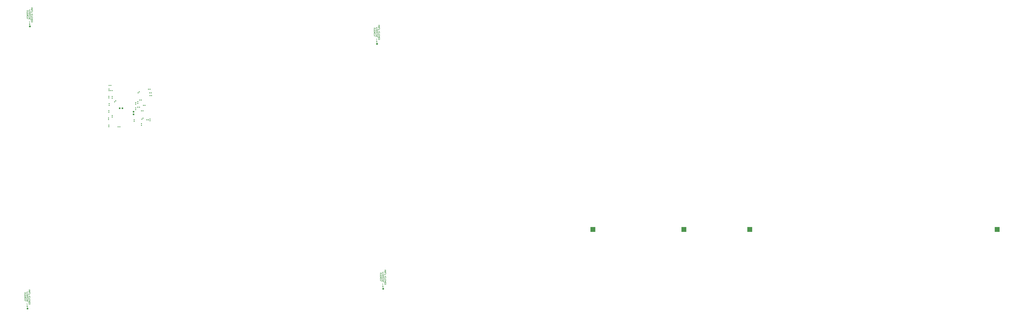
<source format=gbr>
G04*
G04 #@! TF.GenerationSoftware,Altium Limited,Altium Designer,22.11.1 (43)*
G04*
G04 Layer_Color=128*
%FSLAX44Y44*%
%MOMM*%
G71*
G04*
G04 #@! TF.SameCoordinates,685F9FB9-B41E-4883-9AF5-229453B53175*
G04*
G04*
G04 #@! TF.FilePolarity,Positive*
G04*
G01*
G75*
G04:AMPARAMS|DCode=12|XSize=0.508mm|YSize=0.508mm|CornerRadius=0.1524mm|HoleSize=0mm|Usage=FLASHONLY|Rotation=180.000|XOffset=0mm|YOffset=0mm|HoleType=Round|Shape=RoundedRectangle|*
%AMROUNDEDRECTD12*
21,1,0.5080,0.2032,0,0,180.0*
21,1,0.2032,0.5080,0,0,180.0*
1,1,0.3048,-0.1016,0.1016*
1,1,0.3048,0.1016,0.1016*
1,1,0.3048,0.1016,-0.1016*
1,1,0.3048,-0.1016,-0.1016*
%
%ADD12ROUNDEDRECTD12*%
G04:AMPARAMS|DCode=15|XSize=0.889mm|YSize=0.8636mm|CornerRadius=0.1511mm|HoleSize=0mm|Usage=FLASHONLY|Rotation=180.000|XOffset=0mm|YOffset=0mm|HoleType=Round|Shape=RoundedRectangle|*
%AMROUNDEDRECTD15*
21,1,0.8890,0.5613,0,0,180.0*
21,1,0.5867,0.8636,0,0,180.0*
1,1,0.3023,-0.2934,0.2807*
1,1,0.3023,0.2934,0.2807*
1,1,0.3023,0.2934,-0.2807*
1,1,0.3023,-0.2934,-0.2807*
%
%ADD15ROUNDEDRECTD15*%
G04:AMPARAMS|DCode=26|XSize=0.889mm|YSize=0.8636mm|CornerRadius=0.1511mm|HoleSize=0mm|Usage=FLASHONLY|Rotation=90.000|XOffset=0mm|YOffset=0mm|HoleType=Round|Shape=RoundedRectangle|*
%AMROUNDEDRECTD26*
21,1,0.8890,0.5613,0,0,90.0*
21,1,0.5867,0.8636,0,0,90.0*
1,1,0.3023,0.2807,0.2934*
1,1,0.3023,0.2807,-0.2934*
1,1,0.3023,-0.2807,-0.2934*
1,1,0.3023,-0.2807,0.2934*
%
%ADD26ROUNDEDRECTD26*%
%ADD75R,2.8000X2.8000*%
%ADD89C,0.1270*%
G04:AMPARAMS|DCode=118|XSize=0.508mm|YSize=0.508mm|CornerRadius=0.1524mm|HoleSize=0mm|Usage=FLASHONLY|Rotation=135.000|XOffset=0mm|YOffset=0mm|HoleType=Round|Shape=RoundedRectangle|*
%AMROUNDEDRECTD118*
21,1,0.5080,0.2032,0,0,135.0*
21,1,0.2032,0.5080,0,0,135.0*
1,1,0.3048,0.0000,0.1437*
1,1,0.3048,0.1437,0.0000*
1,1,0.3048,0.0000,-0.1437*
1,1,0.3048,-0.1437,0.0000*
%
%ADD118ROUNDEDRECTD118*%
G04:AMPARAMS|DCode=119|XSize=0.508mm|YSize=0.508mm|CornerRadius=0.1524mm|HoleSize=0mm|Usage=FLASHONLY|Rotation=90.000|XOffset=0mm|YOffset=0mm|HoleType=Round|Shape=RoundedRectangle|*
%AMROUNDEDRECTD119*
21,1,0.5080,0.2032,0,0,90.0*
21,1,0.2032,0.5080,0,0,90.0*
1,1,0.3048,0.1016,0.1016*
1,1,0.3048,0.1016,-0.1016*
1,1,0.3048,-0.1016,-0.1016*
1,1,0.3048,-0.1016,0.1016*
%
%ADD119ROUNDEDRECTD119*%
G36*
X11350Y117602D02*
Y118095D01*
X11158Y119060D01*
X10781Y119970D01*
X10234Y120789D01*
X9537Y121486D01*
X8718Y122033D01*
X7808Y122410D01*
X6842Y122602D01*
X6350D01*
X5857D01*
X4891Y122410D01*
X3982Y122033D01*
X3163Y121486D01*
X2466Y120789D01*
X1919Y119970D01*
X1542Y119060D01*
X1350Y118095D01*
Y117602D01*
Y117109D01*
X1542Y116144D01*
X1919Y115234D01*
X2466Y114415D01*
X3163Y113718D01*
X3982Y113171D01*
X4891Y112794D01*
X5857Y112602D01*
X6350D01*
X6842D01*
X7808Y112794D01*
X8718Y113171D01*
X9537Y113718D01*
X10234Y114415D01*
X10781Y115234D01*
X11158Y116144D01*
X11350Y117109D01*
Y117602D01*
D01*
D02*
G37*
G36*
X24558Y1686814D02*
Y1687307D01*
X24366Y1688272D01*
X23989Y1689182D01*
X23442Y1690001D01*
X22745Y1690698D01*
X21926Y1691245D01*
X21016Y1691622D01*
X20050Y1691814D01*
X19558D01*
X19066D01*
X18099Y1691622D01*
X17190Y1691245D01*
X16371Y1690698D01*
X15674Y1690001D01*
X15127Y1689182D01*
X14750Y1688272D01*
X14558Y1687307D01*
Y1686814D01*
Y1686322D01*
X14750Y1685356D01*
X15127Y1684446D01*
X15674Y1683627D01*
X16371Y1682930D01*
X17190Y1682383D01*
X18099Y1682006D01*
X19066Y1681814D01*
X19558D01*
X20050D01*
X21016Y1682006D01*
X21926Y1682383D01*
X22745Y1682930D01*
X23442Y1683627D01*
X23989Y1684446D01*
X24366Y1685356D01*
X24558Y1686322D01*
Y1686814D01*
D01*
D02*
G37*
G36*
X1986708Y227838D02*
Y228330D01*
X1986516Y229296D01*
X1986139Y230206D01*
X1985592Y231025D01*
X1984895Y231722D01*
X1984076Y232269D01*
X1983166Y232646D01*
X1982200Y232838D01*
X1981708D01*
X1981216D01*
X1980249Y232646D01*
X1979340Y232269D01*
X1978521Y231722D01*
X1977824Y231025D01*
X1977277Y230206D01*
X1976900Y229296D01*
X1976708Y228330D01*
Y227838D01*
Y227346D01*
X1976900Y226380D01*
X1977277Y225470D01*
X1977824Y224651D01*
X1978521Y223954D01*
X1979340Y223407D01*
X1980249Y223030D01*
X1981216Y222838D01*
X1981708D01*
X1982200D01*
X1983166Y223030D01*
X1984076Y223407D01*
X1984895Y223954D01*
X1985592Y224651D01*
X1986139Y225470D01*
X1986516Y226380D01*
X1986708Y227346D01*
Y227838D01*
D01*
D02*
G37*
G36*
X1952418Y1589532D02*
Y1590025D01*
X1952226Y1590990D01*
X1951849Y1591900D01*
X1951302Y1592719D01*
X1950605Y1593416D01*
X1949786Y1593963D01*
X1948876Y1594340D01*
X1947910Y1594532D01*
X1947418D01*
X1946926D01*
X1945959Y1594340D01*
X1945050Y1593963D01*
X1944231Y1593416D01*
X1943534Y1592719D01*
X1942987Y1591900D01*
X1942610Y1590990D01*
X1942418Y1590025D01*
Y1589532D01*
Y1589039D01*
X1942610Y1588073D01*
X1942987Y1587164D01*
X1943534Y1586345D01*
X1944231Y1585648D01*
X1945050Y1585101D01*
X1945959Y1584724D01*
X1946926Y1584532D01*
X1947418D01*
X1947910D01*
X1948876Y1584724D01*
X1949786Y1585101D01*
X1950605Y1585648D01*
X1951302Y1586345D01*
X1951849Y1587164D01*
X1952226Y1588073D01*
X1952418Y1589039D01*
Y1589532D01*
D01*
D02*
G37*
D12*
X686749Y1162145D02*
D03*
Y1171035D02*
D03*
X599000Y1158555D02*
D03*
Y1167445D02*
D03*
X639000Y1136955D02*
D03*
Y1145845D02*
D03*
X458000Y1128555D02*
D03*
Y1137445D02*
D03*
X477000Y1182000D02*
D03*
Y1190890D02*
D03*
X456000Y1168555D02*
D03*
Y1177445D02*
D03*
X458000Y1209000D02*
D03*
Y1217890D02*
D03*
X459955Y1247555D02*
D03*
Y1256445D02*
D03*
X477000Y1296445D02*
D03*
Y1287555D02*
D03*
X458000Y1288555D02*
D03*
Y1297445D02*
D03*
X619000Y1258493D02*
D03*
Y1267383D02*
D03*
X606851Y1254048D02*
D03*
Y1262938D02*
D03*
X607000Y1232952D02*
D03*
Y1224062D02*
D03*
X459094Y1329475D02*
D03*
Y1338365D02*
D03*
D15*
X518507Y1231000D02*
D03*
X533493D02*
D03*
D26*
X595056Y1212245D02*
D03*
Y1197260D02*
D03*
D75*
X5391540Y557660D02*
D03*
X4017400D02*
D03*
X3651640D02*
D03*
X3146180D02*
D03*
D89*
X1946402Y1597660D02*
X1948688Y1603248D01*
X1943100Y1602994D02*
X1946402Y1597660D01*
X1944624Y1619250D02*
X1946402Y1597660D01*
X1980692Y235966D02*
X1982978Y241554D01*
X1977390Y241300D02*
X1980692Y235966D01*
X1978914Y257556D02*
X1980692Y235966D01*
X5334Y125730D02*
X7620Y131318D01*
X2032Y131064D02*
X5334Y125730D01*
X3556Y147320D02*
X5334Y125730D01*
X18542Y1694942D02*
X20828Y1700530D01*
X15240Y1700276D02*
X18542Y1694942D01*
X16764Y1716532D02*
X18542Y1694942D01*
X-9140Y201035D02*
X-10410Y202304D01*
Y204843D01*
X-9140Y206113D01*
X-7871D01*
X-6601Y204843D01*
Y202304D01*
X-5332Y201035D01*
X-4062D01*
X-2792Y202304D01*
Y204843D01*
X-4062Y206113D01*
X-10410Y198495D02*
Y193417D01*
Y195956D01*
X-2792D01*
X-10410Y185800D02*
Y190878D01*
X-2792D01*
Y185800D01*
X-6601Y190878D02*
Y188339D01*
X-2792Y183260D02*
X-10410D01*
X-2792Y178182D01*
X-10410D01*
X-9140Y170564D02*
X-10410Y171834D01*
Y174373D01*
X-9140Y175643D01*
X-4062D01*
X-2792Y174373D01*
Y171834D01*
X-4062Y170564D01*
X-10410Y168025D02*
Y165486D01*
Y166756D01*
X-2792D01*
Y168025D01*
Y165486D01*
X-10410Y161677D02*
X-2792D01*
Y156599D01*
X1779Y204209D02*
Y209287D01*
X5588D01*
Y206748D01*
Y209287D01*
X9397D01*
X1779Y201669D02*
Y199130D01*
Y200400D01*
X9397D01*
Y201669D01*
Y199130D01*
X1779Y195322D02*
X9397D01*
Y191513D01*
X8127Y190243D01*
X3049D01*
X1779Y191513D01*
Y195322D01*
Y187704D02*
X8127D01*
X9397Y186434D01*
Y183895D01*
X8127Y182626D01*
X1779D01*
X3049Y175008D02*
X1779Y176278D01*
Y178817D01*
X3049Y180086D01*
X8127D01*
X9397Y178817D01*
Y176278D01*
X8127Y175008D01*
X1779Y172469D02*
Y169930D01*
Y171199D01*
X9397D01*
Y172469D01*
Y169930D01*
Y166121D02*
X4318D01*
X1779Y163582D01*
X4318Y161043D01*
X9397D01*
X5588D01*
Y166121D01*
X1779Y158503D02*
X9397D01*
Y153425D01*
X13968Y221983D02*
X21586D01*
X17777D01*
Y216905D01*
X13968D01*
X21586D01*
Y214365D02*
X16508D01*
X13968Y211826D01*
X16508Y209287D01*
X21586D01*
X17777D01*
Y214365D01*
X13968Y206748D02*
X21586D01*
Y201669D01*
X13968Y194052D02*
Y199130D01*
X17777D01*
Y196591D01*
Y199130D01*
X21586D01*
X17777Y191513D02*
Y186434D01*
X13968Y178817D02*
Y183895D01*
X21586D01*
Y178817D01*
X17777Y183895D02*
Y181356D01*
X13968Y176278D02*
Y171199D01*
Y173738D01*
X21586D01*
X15238Y163582D02*
X13968Y164851D01*
Y167390D01*
X15238Y168660D01*
X20316D01*
X21586Y167390D01*
Y164851D01*
X20316Y163582D01*
X13968Y161043D02*
X21586D01*
X17777D01*
Y155964D01*
X13968D01*
X21586D01*
X13968Y148347D02*
Y153425D01*
X21586D01*
Y148347D01*
X17777Y153425D02*
Y150886D01*
X13968Y145808D02*
X21586D01*
Y141999D01*
X20316Y140729D01*
X15238D01*
X13968Y141999D01*
Y145808D01*
X1931928Y1672965D02*
X1930658Y1674234D01*
Y1676773D01*
X1931928Y1678043D01*
X1933197D01*
X1934467Y1676773D01*
Y1674234D01*
X1935737Y1672965D01*
X1937006D01*
X1938276Y1674234D01*
Y1676773D01*
X1937006Y1678043D01*
X1930658Y1670425D02*
Y1665347D01*
Y1667886D01*
X1938276D01*
X1930658Y1657730D02*
Y1662808D01*
X1938276D01*
Y1657730D01*
X1934467Y1662808D02*
Y1660269D01*
X1938276Y1655190D02*
X1930658D01*
X1938276Y1650112D01*
X1930658D01*
X1931928Y1642495D02*
X1930658Y1643764D01*
Y1646303D01*
X1931928Y1647573D01*
X1937006D01*
X1938276Y1646303D01*
Y1643764D01*
X1937006Y1642495D01*
X1930658Y1639955D02*
Y1637416D01*
Y1638686D01*
X1938276D01*
Y1639955D01*
Y1637416D01*
X1930658Y1633607D02*
X1938276D01*
Y1628529D01*
X1942847Y1676139D02*
Y1681217D01*
X1946656D01*
Y1678678D01*
Y1681217D01*
X1950465D01*
X1942847Y1673599D02*
Y1671060D01*
Y1672330D01*
X1950465D01*
Y1673599D01*
Y1671060D01*
X1942847Y1667251D02*
X1950465D01*
Y1663443D01*
X1949195Y1662173D01*
X1944117D01*
X1942847Y1663443D01*
Y1667251D01*
Y1659634D02*
X1949195D01*
X1950465Y1658364D01*
Y1655825D01*
X1949195Y1654556D01*
X1942847D01*
X1944117Y1646938D02*
X1942847Y1648208D01*
Y1650747D01*
X1944117Y1652016D01*
X1949195D01*
X1950465Y1650747D01*
Y1648208D01*
X1949195Y1646938D01*
X1942847Y1644399D02*
Y1641860D01*
Y1643129D01*
X1950465D01*
Y1644399D01*
Y1641860D01*
Y1638051D02*
X1945386D01*
X1942847Y1635512D01*
X1945386Y1632973D01*
X1950465D01*
X1946656D01*
Y1638051D01*
X1942847Y1630433D02*
X1950465D01*
Y1625355D01*
X1955036Y1693913D02*
X1962654D01*
X1958845D01*
Y1688835D01*
X1955036D01*
X1962654D01*
Y1686295D02*
X1957576D01*
X1955036Y1683756D01*
X1957576Y1681217D01*
X1962654D01*
X1958845D01*
Y1686295D01*
X1955036Y1678678D02*
X1962654D01*
Y1673599D01*
X1955036Y1665982D02*
Y1671060D01*
X1958845D01*
Y1668521D01*
Y1671060D01*
X1962654D01*
X1958845Y1663443D02*
Y1658364D01*
X1955036Y1650747D02*
Y1655825D01*
X1962654D01*
Y1650747D01*
X1958845Y1655825D02*
Y1653286D01*
X1955036Y1648208D02*
Y1643129D01*
Y1645668D01*
X1962654D01*
X1956306Y1635512D02*
X1955036Y1636781D01*
Y1639321D01*
X1956306Y1640590D01*
X1961384D01*
X1962654Y1639321D01*
Y1636781D01*
X1961384Y1635512D01*
X1955036Y1632973D02*
X1962654D01*
X1958845D01*
Y1627894D01*
X1955036D01*
X1962654D01*
X1955036Y1620277D02*
Y1625355D01*
X1962654D01*
Y1620277D01*
X1958845Y1625355D02*
Y1622816D01*
X1955036Y1617737D02*
X1962654D01*
Y1613929D01*
X1961384Y1612659D01*
X1956306D01*
X1955036Y1613929D01*
Y1617737D01*
X1966218Y311271D02*
X1964948Y312540D01*
Y315079D01*
X1966218Y316349D01*
X1967487D01*
X1968757Y315079D01*
Y312540D01*
X1970027Y311271D01*
X1971296D01*
X1972566Y312540D01*
Y315079D01*
X1971296Y316349D01*
X1964948Y308731D02*
Y303653D01*
Y306192D01*
X1972566D01*
X1964948Y296036D02*
Y301114D01*
X1972566D01*
Y296036D01*
X1968757Y301114D02*
Y298575D01*
X1972566Y293496D02*
X1964948D01*
X1972566Y288418D01*
X1964948D01*
X1966218Y280800D02*
X1964948Y282070D01*
Y284609D01*
X1966218Y285879D01*
X1971296D01*
X1972566Y284609D01*
Y282070D01*
X1971296Y280800D01*
X1964948Y278261D02*
Y275722D01*
Y276992D01*
X1972566D01*
Y278261D01*
Y275722D01*
X1964948Y271913D02*
X1972566D01*
Y266835D01*
X1977137Y314445D02*
Y319523D01*
X1980946D01*
Y316984D01*
Y319523D01*
X1984755D01*
X1977137Y311905D02*
Y309366D01*
Y310636D01*
X1984755D01*
Y311905D01*
Y309366D01*
X1977137Y305557D02*
X1984755D01*
Y301749D01*
X1983485Y300479D01*
X1978407D01*
X1977137Y301749D01*
Y305557D01*
Y297940D02*
X1983485D01*
X1984755Y296670D01*
Y294131D01*
X1983485Y292862D01*
X1977137D01*
X1978407Y285244D02*
X1977137Y286514D01*
Y289053D01*
X1978407Y290322D01*
X1983485D01*
X1984755Y289053D01*
Y286514D01*
X1983485Y285244D01*
X1977137Y282705D02*
Y280166D01*
Y281435D01*
X1984755D01*
Y282705D01*
Y280166D01*
Y276357D02*
X1979676D01*
X1977137Y273818D01*
X1979676Y271279D01*
X1984755D01*
X1980946D01*
Y276357D01*
X1977137Y268739D02*
X1984755D01*
Y263661D01*
X1989326Y332219D02*
X1996944D01*
X1993135D01*
Y327141D01*
X1989326D01*
X1996944D01*
Y324601D02*
X1991866D01*
X1989326Y322062D01*
X1991866Y319523D01*
X1996944D01*
X1993135D01*
Y324601D01*
X1989326Y316984D02*
X1996944D01*
Y311905D01*
X1989326Y304288D02*
Y309366D01*
X1993135D01*
Y306827D01*
Y309366D01*
X1996944D01*
X1993135Y301749D02*
Y296670D01*
X1989326Y289053D02*
Y294131D01*
X1996944D01*
Y289053D01*
X1993135Y294131D02*
Y291592D01*
X1989326Y286514D02*
Y281435D01*
Y283974D01*
X1996944D01*
X1990596Y273818D02*
X1989326Y275087D01*
Y277626D01*
X1990596Y278896D01*
X1995674D01*
X1996944Y277626D01*
Y275087D01*
X1995674Y273818D01*
X1989326Y271279D02*
X1996944D01*
X1993135D01*
Y266200D01*
X1989326D01*
X1996944D01*
X1989326Y258583D02*
Y263661D01*
X1996944D01*
Y258583D01*
X1993135Y263661D02*
Y261122D01*
X1989326Y256043D02*
X1996944D01*
Y252235D01*
X1995674Y250965D01*
X1990596D01*
X1989326Y252235D01*
Y256043D01*
X4068Y1770247D02*
X2798Y1771516D01*
Y1774055D01*
X4068Y1775325D01*
X5337D01*
X6607Y1774055D01*
Y1771516D01*
X7876Y1770247D01*
X9146D01*
X10416Y1771516D01*
Y1774055D01*
X9146Y1775325D01*
X2798Y1767707D02*
Y1762629D01*
Y1765168D01*
X10416D01*
X2798Y1755012D02*
Y1760090D01*
X10416D01*
Y1755012D01*
X6607Y1760090D02*
Y1757551D01*
X10416Y1752472D02*
X2798D01*
X10416Y1747394D01*
X2798D01*
X4068Y1739776D02*
X2798Y1741046D01*
Y1743585D01*
X4068Y1744855D01*
X9146D01*
X10416Y1743585D01*
Y1741046D01*
X9146Y1739776D01*
X2798Y1737237D02*
Y1734698D01*
Y1735968D01*
X10416D01*
Y1737237D01*
Y1734698D01*
X2798Y1730889D02*
X10416D01*
Y1725811D01*
X14987Y1773421D02*
Y1778499D01*
X18796D01*
Y1775960D01*
Y1778499D01*
X22605D01*
X14987Y1770881D02*
Y1768342D01*
Y1769612D01*
X22605D01*
Y1770881D01*
Y1768342D01*
X14987Y1764534D02*
X22605D01*
Y1760725D01*
X21335Y1759455D01*
X16257D01*
X14987Y1760725D01*
Y1764534D01*
Y1756916D02*
X21335D01*
X22605Y1755646D01*
Y1753107D01*
X21335Y1751838D01*
X14987D01*
X16257Y1744220D02*
X14987Y1745490D01*
Y1748029D01*
X16257Y1749298D01*
X21335D01*
X22605Y1748029D01*
Y1745490D01*
X21335Y1744220D01*
X14987Y1741681D02*
Y1739142D01*
Y1740411D01*
X22605D01*
Y1741681D01*
Y1739142D01*
Y1735333D02*
X17526D01*
X14987Y1732794D01*
X17526Y1730255D01*
X22605D01*
X18796D01*
Y1735333D01*
X14987Y1727715D02*
X22605D01*
Y1722637D01*
X27176Y1791195D02*
X34794D01*
X30985D01*
Y1786116D01*
X27176D01*
X34794D01*
Y1783577D02*
X29715D01*
X27176Y1781038D01*
X29715Y1778499D01*
X34794D01*
X30985D01*
Y1783577D01*
X27176Y1775960D02*
X34794D01*
Y1770881D01*
X27176Y1763264D02*
Y1768342D01*
X30985D01*
Y1765803D01*
Y1768342D01*
X34794D01*
X30985Y1760725D02*
Y1755646D01*
X27176Y1748029D02*
Y1753107D01*
X34794D01*
Y1748029D01*
X30985Y1753107D02*
Y1750568D01*
X27176Y1745490D02*
Y1740411D01*
Y1742950D01*
X34794D01*
X28446Y1732794D02*
X27176Y1734063D01*
Y1736602D01*
X28446Y1737872D01*
X33524D01*
X34794Y1736602D01*
Y1734063D01*
X33524Y1732794D01*
X27176Y1730255D02*
X34794D01*
X30985D01*
Y1725176D01*
X27176D01*
X34794D01*
X27176Y1717559D02*
Y1722637D01*
X34794D01*
Y1717559D01*
X30985Y1722637D02*
Y1720098D01*
X27176Y1715020D02*
X34794D01*
Y1711211D01*
X33524Y1709941D01*
X28446D01*
X27176Y1711211D01*
Y1715020D01*
D118*
X647883Y1176543D02*
D03*
X641597Y1170257D02*
D03*
X626743Y1323143D02*
D03*
X620457Y1316857D02*
D03*
X489857Y1266857D02*
D03*
X496143Y1273143D02*
D03*
D119*
X677445Y1167445D02*
D03*
X668555D02*
D03*
X686365Y1301255D02*
D03*
X695255D02*
D03*
X678110Y1337000D02*
D03*
X687000D02*
D03*
X693444Y1316857D02*
D03*
X684554D02*
D03*
X638490Y1277000D02*
D03*
X629600D02*
D03*
X658845Y1247555D02*
D03*
X649955D02*
D03*
X647890Y1217400D02*
D03*
X639000D02*
D03*
X510110Y1127920D02*
D03*
X519000D02*
D03*
X627890Y1237400D02*
D03*
X619000D02*
D03*
X459955Y1358000D02*
D03*
X468845D02*
D03*
X466555Y1329475D02*
D03*
X475445D02*
D03*
M02*

</source>
